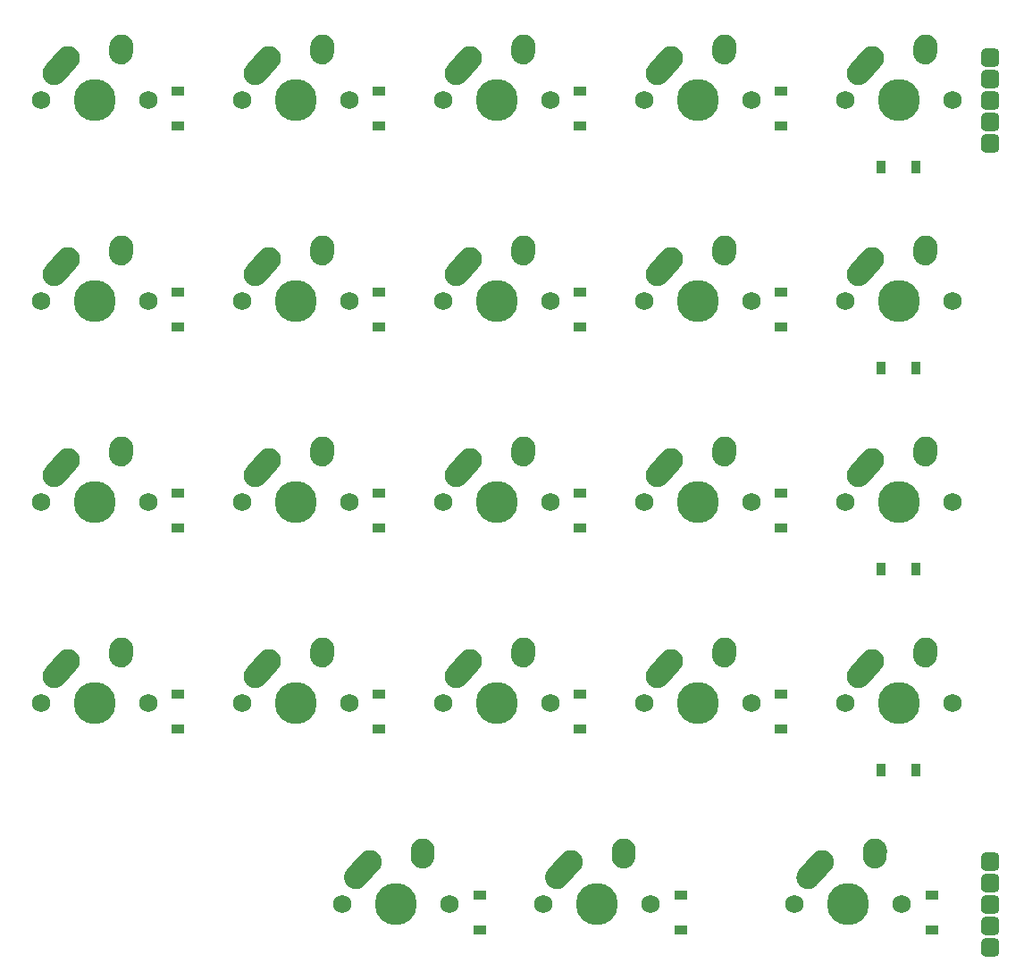
<source format=gbs>
%TF.GenerationSoftware,KiCad,Pcbnew,(5.1.12)-1*%
%TF.CreationDate,2022-01-03T15:11:15-05:00*%
%TF.ProjectId,my-keeb-type-c-modular-1,6d792d6b-6565-4622-9d74-7970652d632d,rev?*%
%TF.SameCoordinates,Original*%
%TF.FileFunction,Soldermask,Bot*%
%TF.FilePolarity,Negative*%
%FSLAX46Y46*%
G04 Gerber Fmt 4.6, Leading zero omitted, Abs format (unit mm)*
G04 Created by KiCad (PCBNEW (5.1.12)-1) date 2022-01-03 15:11:15*
%MOMM*%
%LPD*%
G01*
G04 APERTURE LIST*
%ADD10C,1.750000*%
%ADD11C,2.250000*%
%ADD12C,3.987800*%
%ADD13R,1.200000X0.900000*%
%ADD14R,0.900000X1.200000*%
G04 APERTURE END LIST*
%TO.C,M2*%
G36*
G01*
X116700300Y-110813850D02*
X116700300Y-111690150D01*
G75*
G02*
X116262150Y-112128300I-438150J0D01*
G01*
X115385850Y-112128300D01*
G75*
G02*
X114947700Y-111690150I0J438150D01*
G01*
X114947700Y-110813850D01*
G75*
G02*
X115385850Y-110375700I438150J0D01*
G01*
X116262150Y-110375700D01*
G75*
G02*
X116700300Y-110813850I0J-438150D01*
G01*
G37*
G36*
G01*
X116700300Y-108781850D02*
X116700300Y-109658150D01*
G75*
G02*
X116262150Y-110096300I-438150J0D01*
G01*
X115385850Y-110096300D01*
G75*
G02*
X114947700Y-109658150I0J438150D01*
G01*
X114947700Y-108781850D01*
G75*
G02*
X115385850Y-108343700I438150J0D01*
G01*
X116262150Y-108343700D01*
G75*
G02*
X116700300Y-108781850I0J-438150D01*
G01*
G37*
G36*
G01*
X116700300Y-106749850D02*
X116700300Y-107626150D01*
G75*
G02*
X116262150Y-108064300I-438150J0D01*
G01*
X115385850Y-108064300D01*
G75*
G02*
X114947700Y-107626150I0J438150D01*
G01*
X114947700Y-106749850D01*
G75*
G02*
X115385850Y-106311700I438150J0D01*
G01*
X116262150Y-106311700D01*
G75*
G02*
X116700300Y-106749850I0J-438150D01*
G01*
G37*
G36*
G01*
X116700300Y-104717850D02*
X116700300Y-105594150D01*
G75*
G02*
X116262150Y-106032300I-438150J0D01*
G01*
X115385850Y-106032300D01*
G75*
G02*
X114947700Y-105594150I0J438150D01*
G01*
X114947700Y-104717850D01*
G75*
G02*
X115385850Y-104279700I438150J0D01*
G01*
X116262150Y-104279700D01*
G75*
G02*
X116700300Y-104717850I0J-438150D01*
G01*
G37*
G36*
G01*
X116700300Y-102685850D02*
X116700300Y-103562150D01*
G75*
G02*
X116262150Y-104000300I-438150J0D01*
G01*
X115385850Y-104000300D01*
G75*
G02*
X114947700Y-103562150I0J438150D01*
G01*
X114947700Y-102685850D01*
G75*
G02*
X115385850Y-102247700I438150J0D01*
G01*
X116262150Y-102247700D01*
G75*
G02*
X116700300Y-102685850I0J-438150D01*
G01*
G37*
%TD*%
%TO.C,M1*%
G36*
G01*
X114947700Y-35490150D02*
X114947700Y-34613850D01*
G75*
G02*
X115385850Y-34175700I438150J0D01*
G01*
X116262150Y-34175700D01*
G75*
G02*
X116700300Y-34613850I0J-438150D01*
G01*
X116700300Y-35490150D01*
G75*
G02*
X116262150Y-35928300I-438150J0D01*
G01*
X115385850Y-35928300D01*
G75*
G02*
X114947700Y-35490150I0J438150D01*
G01*
G37*
G36*
G01*
X114947700Y-33458150D02*
X114947700Y-32581850D01*
G75*
G02*
X115385850Y-32143700I438150J0D01*
G01*
X116262150Y-32143700D01*
G75*
G02*
X116700300Y-32581850I0J-438150D01*
G01*
X116700300Y-33458150D01*
G75*
G02*
X116262150Y-33896300I-438150J0D01*
G01*
X115385850Y-33896300D01*
G75*
G02*
X114947700Y-33458150I0J438150D01*
G01*
G37*
G36*
G01*
X114947700Y-31426150D02*
X114947700Y-30549850D01*
G75*
G02*
X115385850Y-30111700I438150J0D01*
G01*
X116262150Y-30111700D01*
G75*
G02*
X116700300Y-30549850I0J-438150D01*
G01*
X116700300Y-31426150D01*
G75*
G02*
X116262150Y-31864300I-438150J0D01*
G01*
X115385850Y-31864300D01*
G75*
G02*
X114947700Y-31426150I0J438150D01*
G01*
G37*
G36*
G01*
X114947700Y-29394150D02*
X114947700Y-28517850D01*
G75*
G02*
X115385850Y-28079700I438150J0D01*
G01*
X116262150Y-28079700D01*
G75*
G02*
X116700300Y-28517850I0J-438150D01*
G01*
X116700300Y-29394150D01*
G75*
G02*
X116262150Y-29832300I-438150J0D01*
G01*
X115385850Y-29832300D01*
G75*
G02*
X114947700Y-29394150I0J438150D01*
G01*
G37*
G36*
G01*
X114947700Y-27362150D02*
X114947700Y-26485850D01*
G75*
G02*
X115385850Y-26047700I438150J0D01*
G01*
X116262150Y-26047700D01*
G75*
G02*
X116700300Y-26485850I0J-438150D01*
G01*
X116700300Y-27362150D01*
G75*
G02*
X116262150Y-27800300I-438150J0D01*
G01*
X115385850Y-27800300D01*
G75*
G02*
X114947700Y-27362150I0J438150D01*
G01*
G37*
%TD*%
D10*
%TO.C,MX19*%
X112236250Y-30956250D03*
X102076250Y-30956250D03*
D11*
X104656250Y-26956250D03*
D12*
X107156250Y-30956250D03*
G36*
G01*
X102594938Y-29253600D02*
X102594933Y-29253595D01*
G75*
G02*
X102508905Y-27664933I751317J837345D01*
G01*
X103818907Y-26204933D01*
G75*
G02*
X105407569Y-26118905I837345J-751317D01*
G01*
X105407569Y-26118905D01*
G75*
G02*
X105493597Y-27707567I-751317J-837345D01*
G01*
X104183595Y-29167567D01*
G75*
G02*
X102594933Y-29253595I-837345J751317D01*
G01*
G37*
D11*
X109696250Y-25876250D03*
G36*
G01*
X109579733Y-27578645D02*
X109578847Y-27578584D01*
G75*
G02*
X108533916Y-26378847I77403J1122334D01*
G01*
X108573916Y-25798847D01*
G75*
G02*
X109773653Y-24753916I1122334J-77403D01*
G01*
X109773653Y-24753916D01*
G75*
G02*
X110818584Y-25953653I-77403J-1122334D01*
G01*
X110778584Y-26533653D01*
G75*
G02*
X109578847Y-27578584I-1122334J77403D01*
G01*
G37*
%TD*%
D10*
%TO.C,MX18*%
X83661250Y-107156250D03*
X73501250Y-107156250D03*
D11*
X76081250Y-103156250D03*
D12*
X78581250Y-107156250D03*
G36*
G01*
X74019938Y-105453600D02*
X74019933Y-105453595D01*
G75*
G02*
X73933905Y-103864933I751317J837345D01*
G01*
X75243907Y-102404933D01*
G75*
G02*
X76832569Y-102318905I837345J-751317D01*
G01*
X76832569Y-102318905D01*
G75*
G02*
X76918597Y-103907567I-751317J-837345D01*
G01*
X75608595Y-105367567D01*
G75*
G02*
X74019933Y-105453595I-837345J751317D01*
G01*
G37*
D11*
X81121250Y-102076250D03*
G36*
G01*
X81004733Y-103778645D02*
X81003847Y-103778584D01*
G75*
G02*
X79958916Y-102578847I77403J1122334D01*
G01*
X79998916Y-101998847D01*
G75*
G02*
X81198653Y-100953916I1122334J-77403D01*
G01*
X81198653Y-100953916D01*
G75*
G02*
X82243584Y-102153653I-77403J-1122334D01*
G01*
X82203584Y-102733653D01*
G75*
G02*
X81003847Y-103778584I-1122334J77403D01*
G01*
G37*
%TD*%
D10*
%TO.C,MX23*%
X107473750Y-107156250D03*
X97313750Y-107156250D03*
D11*
X99893750Y-103156250D03*
D12*
X102393750Y-107156250D03*
G36*
G01*
X97832438Y-105453600D02*
X97832433Y-105453595D01*
G75*
G02*
X97746405Y-103864933I751317J837345D01*
G01*
X99056407Y-102404933D01*
G75*
G02*
X100645069Y-102318905I837345J-751317D01*
G01*
X100645069Y-102318905D01*
G75*
G02*
X100731097Y-103907567I-751317J-837345D01*
G01*
X99421095Y-105367567D01*
G75*
G02*
X97832433Y-105453595I-837345J751317D01*
G01*
G37*
D11*
X104933750Y-102076250D03*
G36*
G01*
X104817233Y-103778645D02*
X104816347Y-103778584D01*
G75*
G02*
X103771416Y-102578847I77403J1122334D01*
G01*
X103811416Y-101998847D01*
G75*
G02*
X105011153Y-100953916I1122334J-77403D01*
G01*
X105011153Y-100953916D01*
G75*
G02*
X106056084Y-102153653I-77403J-1122334D01*
G01*
X106016084Y-102733653D01*
G75*
G02*
X104816347Y-103778584I-1122334J77403D01*
G01*
G37*
%TD*%
D10*
%TO.C,MX22*%
X112236250Y-88106250D03*
X102076250Y-88106250D03*
D11*
X104656250Y-84106250D03*
D12*
X107156250Y-88106250D03*
G36*
G01*
X102594938Y-86403600D02*
X102594933Y-86403595D01*
G75*
G02*
X102508905Y-84814933I751317J837345D01*
G01*
X103818907Y-83354933D01*
G75*
G02*
X105407569Y-83268905I837345J-751317D01*
G01*
X105407569Y-83268905D01*
G75*
G02*
X105493597Y-84857567I-751317J-837345D01*
G01*
X104183595Y-86317567D01*
G75*
G02*
X102594933Y-86403595I-837345J751317D01*
G01*
G37*
D11*
X109696250Y-83026250D03*
G36*
G01*
X109579733Y-84728645D02*
X109578847Y-84728584D01*
G75*
G02*
X108533916Y-83528847I77403J1122334D01*
G01*
X108573916Y-82948847D01*
G75*
G02*
X109773653Y-81903916I1122334J-77403D01*
G01*
X109773653Y-81903916D01*
G75*
G02*
X110818584Y-83103653I-77403J-1122334D01*
G01*
X110778584Y-83683653D01*
G75*
G02*
X109578847Y-84728584I-1122334J77403D01*
G01*
G37*
%TD*%
D10*
%TO.C,MX21*%
X112236250Y-69056250D03*
X102076250Y-69056250D03*
D11*
X104656250Y-65056250D03*
D12*
X107156250Y-69056250D03*
G36*
G01*
X102594938Y-67353600D02*
X102594933Y-67353595D01*
G75*
G02*
X102508905Y-65764933I751317J837345D01*
G01*
X103818907Y-64304933D01*
G75*
G02*
X105407569Y-64218905I837345J-751317D01*
G01*
X105407569Y-64218905D01*
G75*
G02*
X105493597Y-65807567I-751317J-837345D01*
G01*
X104183595Y-67267567D01*
G75*
G02*
X102594933Y-67353595I-837345J751317D01*
G01*
G37*
D11*
X109696250Y-63976250D03*
G36*
G01*
X109579733Y-65678645D02*
X109578847Y-65678584D01*
G75*
G02*
X108533916Y-64478847I77403J1122334D01*
G01*
X108573916Y-63898847D01*
G75*
G02*
X109773653Y-62853916I1122334J-77403D01*
G01*
X109773653Y-62853916D01*
G75*
G02*
X110818584Y-64053653I-77403J-1122334D01*
G01*
X110778584Y-64633653D01*
G75*
G02*
X109578847Y-65678584I-1122334J77403D01*
G01*
G37*
%TD*%
D10*
%TO.C,MX20*%
X112236250Y-50006250D03*
X102076250Y-50006250D03*
D11*
X104656250Y-46006250D03*
D12*
X107156250Y-50006250D03*
G36*
G01*
X102594938Y-48303600D02*
X102594933Y-48303595D01*
G75*
G02*
X102508905Y-46714933I751317J837345D01*
G01*
X103818907Y-45254933D01*
G75*
G02*
X105407569Y-45168905I837345J-751317D01*
G01*
X105407569Y-45168905D01*
G75*
G02*
X105493597Y-46757567I-751317J-837345D01*
G01*
X104183595Y-48217567D01*
G75*
G02*
X102594933Y-48303595I-837345J751317D01*
G01*
G37*
D11*
X109696250Y-44926250D03*
G36*
G01*
X109579733Y-46628645D02*
X109578847Y-46628584D01*
G75*
G02*
X108533916Y-45428847I77403J1122334D01*
G01*
X108573916Y-44848847D01*
G75*
G02*
X109773653Y-43803916I1122334J-77403D01*
G01*
X109773653Y-43803916D01*
G75*
G02*
X110818584Y-45003653I-77403J-1122334D01*
G01*
X110778584Y-45583653D01*
G75*
G02*
X109578847Y-46628584I-1122334J77403D01*
G01*
G37*
%TD*%
D10*
%TO.C,MX17*%
X93186250Y-88106250D03*
X83026250Y-88106250D03*
D11*
X85606250Y-84106250D03*
D12*
X88106250Y-88106250D03*
G36*
G01*
X83544938Y-86403600D02*
X83544933Y-86403595D01*
G75*
G02*
X83458905Y-84814933I751317J837345D01*
G01*
X84768907Y-83354933D01*
G75*
G02*
X86357569Y-83268905I837345J-751317D01*
G01*
X86357569Y-83268905D01*
G75*
G02*
X86443597Y-84857567I-751317J-837345D01*
G01*
X85133595Y-86317567D01*
G75*
G02*
X83544933Y-86403595I-837345J751317D01*
G01*
G37*
D11*
X90646250Y-83026250D03*
G36*
G01*
X90529733Y-84728645D02*
X90528847Y-84728584D01*
G75*
G02*
X89483916Y-83528847I77403J1122334D01*
G01*
X89523916Y-82948847D01*
G75*
G02*
X90723653Y-81903916I1122334J-77403D01*
G01*
X90723653Y-81903916D01*
G75*
G02*
X91768584Y-83103653I-77403J-1122334D01*
G01*
X91728584Y-83683653D01*
G75*
G02*
X90528847Y-84728584I-1122334J77403D01*
G01*
G37*
%TD*%
D10*
%TO.C,MX16*%
X93186250Y-69056250D03*
X83026250Y-69056250D03*
D11*
X85606250Y-65056250D03*
D12*
X88106250Y-69056250D03*
G36*
G01*
X83544938Y-67353600D02*
X83544933Y-67353595D01*
G75*
G02*
X83458905Y-65764933I751317J837345D01*
G01*
X84768907Y-64304933D01*
G75*
G02*
X86357569Y-64218905I837345J-751317D01*
G01*
X86357569Y-64218905D01*
G75*
G02*
X86443597Y-65807567I-751317J-837345D01*
G01*
X85133595Y-67267567D01*
G75*
G02*
X83544933Y-67353595I-837345J751317D01*
G01*
G37*
D11*
X90646250Y-63976250D03*
G36*
G01*
X90529733Y-65678645D02*
X90528847Y-65678584D01*
G75*
G02*
X89483916Y-64478847I77403J1122334D01*
G01*
X89523916Y-63898847D01*
G75*
G02*
X90723653Y-62853916I1122334J-77403D01*
G01*
X90723653Y-62853916D01*
G75*
G02*
X91768584Y-64053653I-77403J-1122334D01*
G01*
X91728584Y-64633653D01*
G75*
G02*
X90528847Y-65678584I-1122334J77403D01*
G01*
G37*
%TD*%
D10*
%TO.C,MX15*%
X93186250Y-50006250D03*
X83026250Y-50006250D03*
D11*
X85606250Y-46006250D03*
D12*
X88106250Y-50006250D03*
G36*
G01*
X83544938Y-48303600D02*
X83544933Y-48303595D01*
G75*
G02*
X83458905Y-46714933I751317J837345D01*
G01*
X84768907Y-45254933D01*
G75*
G02*
X86357569Y-45168905I837345J-751317D01*
G01*
X86357569Y-45168905D01*
G75*
G02*
X86443597Y-46757567I-751317J-837345D01*
G01*
X85133595Y-48217567D01*
G75*
G02*
X83544933Y-48303595I-837345J751317D01*
G01*
G37*
D11*
X90646250Y-44926250D03*
G36*
G01*
X90529733Y-46628645D02*
X90528847Y-46628584D01*
G75*
G02*
X89483916Y-45428847I77403J1122334D01*
G01*
X89523916Y-44848847D01*
G75*
G02*
X90723653Y-43803916I1122334J-77403D01*
G01*
X90723653Y-43803916D01*
G75*
G02*
X91768584Y-45003653I-77403J-1122334D01*
G01*
X91728584Y-45583653D01*
G75*
G02*
X90528847Y-46628584I-1122334J77403D01*
G01*
G37*
%TD*%
D10*
%TO.C,MX14*%
X93186250Y-30956250D03*
X83026250Y-30956250D03*
D11*
X85606250Y-26956250D03*
D12*
X88106250Y-30956250D03*
G36*
G01*
X83544938Y-29253600D02*
X83544933Y-29253595D01*
G75*
G02*
X83458905Y-27664933I751317J837345D01*
G01*
X84768907Y-26204933D01*
G75*
G02*
X86357569Y-26118905I837345J-751317D01*
G01*
X86357569Y-26118905D01*
G75*
G02*
X86443597Y-27707567I-751317J-837345D01*
G01*
X85133595Y-29167567D01*
G75*
G02*
X83544933Y-29253595I-837345J751317D01*
G01*
G37*
D11*
X90646250Y-25876250D03*
G36*
G01*
X90529733Y-27578645D02*
X90528847Y-27578584D01*
G75*
G02*
X89483916Y-26378847I77403J1122334D01*
G01*
X89523916Y-25798847D01*
G75*
G02*
X90723653Y-24753916I1122334J-77403D01*
G01*
X90723653Y-24753916D01*
G75*
G02*
X91768584Y-25953653I-77403J-1122334D01*
G01*
X91728584Y-26533653D01*
G75*
G02*
X90528847Y-27578584I-1122334J77403D01*
G01*
G37*
%TD*%
D10*
%TO.C,MX13*%
X64611250Y-107156250D03*
X54451250Y-107156250D03*
D11*
X57031250Y-103156250D03*
D12*
X59531250Y-107156250D03*
G36*
G01*
X54969938Y-105453600D02*
X54969933Y-105453595D01*
G75*
G02*
X54883905Y-103864933I751317J837345D01*
G01*
X56193907Y-102404933D01*
G75*
G02*
X57782569Y-102318905I837345J-751317D01*
G01*
X57782569Y-102318905D01*
G75*
G02*
X57868597Y-103907567I-751317J-837345D01*
G01*
X56558595Y-105367567D01*
G75*
G02*
X54969933Y-105453595I-837345J751317D01*
G01*
G37*
D11*
X62071250Y-102076250D03*
G36*
G01*
X61954733Y-103778645D02*
X61953847Y-103778584D01*
G75*
G02*
X60908916Y-102578847I77403J1122334D01*
G01*
X60948916Y-101998847D01*
G75*
G02*
X62148653Y-100953916I1122334J-77403D01*
G01*
X62148653Y-100953916D01*
G75*
G02*
X63193584Y-102153653I-77403J-1122334D01*
G01*
X63153584Y-102733653D01*
G75*
G02*
X61953847Y-103778584I-1122334J77403D01*
G01*
G37*
%TD*%
D10*
%TO.C,MX12*%
X74136250Y-88106250D03*
X63976250Y-88106250D03*
D11*
X66556250Y-84106250D03*
D12*
X69056250Y-88106250D03*
G36*
G01*
X64494938Y-86403600D02*
X64494933Y-86403595D01*
G75*
G02*
X64408905Y-84814933I751317J837345D01*
G01*
X65718907Y-83354933D01*
G75*
G02*
X67307569Y-83268905I837345J-751317D01*
G01*
X67307569Y-83268905D01*
G75*
G02*
X67393597Y-84857567I-751317J-837345D01*
G01*
X66083595Y-86317567D01*
G75*
G02*
X64494933Y-86403595I-837345J751317D01*
G01*
G37*
D11*
X71596250Y-83026250D03*
G36*
G01*
X71479733Y-84728645D02*
X71478847Y-84728584D01*
G75*
G02*
X70433916Y-83528847I77403J1122334D01*
G01*
X70473916Y-82948847D01*
G75*
G02*
X71673653Y-81903916I1122334J-77403D01*
G01*
X71673653Y-81903916D01*
G75*
G02*
X72718584Y-83103653I-77403J-1122334D01*
G01*
X72678584Y-83683653D01*
G75*
G02*
X71478847Y-84728584I-1122334J77403D01*
G01*
G37*
%TD*%
D10*
%TO.C,MX11*%
X74136250Y-69056250D03*
X63976250Y-69056250D03*
D11*
X66556250Y-65056250D03*
D12*
X69056250Y-69056250D03*
G36*
G01*
X64494938Y-67353600D02*
X64494933Y-67353595D01*
G75*
G02*
X64408905Y-65764933I751317J837345D01*
G01*
X65718907Y-64304933D01*
G75*
G02*
X67307569Y-64218905I837345J-751317D01*
G01*
X67307569Y-64218905D01*
G75*
G02*
X67393597Y-65807567I-751317J-837345D01*
G01*
X66083595Y-67267567D01*
G75*
G02*
X64494933Y-67353595I-837345J751317D01*
G01*
G37*
D11*
X71596250Y-63976250D03*
G36*
G01*
X71479733Y-65678645D02*
X71478847Y-65678584D01*
G75*
G02*
X70433916Y-64478847I77403J1122334D01*
G01*
X70473916Y-63898847D01*
G75*
G02*
X71673653Y-62853916I1122334J-77403D01*
G01*
X71673653Y-62853916D01*
G75*
G02*
X72718584Y-64053653I-77403J-1122334D01*
G01*
X72678584Y-64633653D01*
G75*
G02*
X71478847Y-65678584I-1122334J77403D01*
G01*
G37*
%TD*%
D10*
%TO.C,MX10*%
X74136250Y-50006250D03*
X63976250Y-50006250D03*
D11*
X66556250Y-46006250D03*
D12*
X69056250Y-50006250D03*
G36*
G01*
X64494938Y-48303600D02*
X64494933Y-48303595D01*
G75*
G02*
X64408905Y-46714933I751317J837345D01*
G01*
X65718907Y-45254933D01*
G75*
G02*
X67307569Y-45168905I837345J-751317D01*
G01*
X67307569Y-45168905D01*
G75*
G02*
X67393597Y-46757567I-751317J-837345D01*
G01*
X66083595Y-48217567D01*
G75*
G02*
X64494933Y-48303595I-837345J751317D01*
G01*
G37*
D11*
X71596250Y-44926250D03*
G36*
G01*
X71479733Y-46628645D02*
X71478847Y-46628584D01*
G75*
G02*
X70433916Y-45428847I77403J1122334D01*
G01*
X70473916Y-44848847D01*
G75*
G02*
X71673653Y-43803916I1122334J-77403D01*
G01*
X71673653Y-43803916D01*
G75*
G02*
X72718584Y-45003653I-77403J-1122334D01*
G01*
X72678584Y-45583653D01*
G75*
G02*
X71478847Y-46628584I-1122334J77403D01*
G01*
G37*
%TD*%
D10*
%TO.C,MX9*%
X74136250Y-30956250D03*
X63976250Y-30956250D03*
D11*
X66556250Y-26956250D03*
D12*
X69056250Y-30956250D03*
G36*
G01*
X64494938Y-29253600D02*
X64494933Y-29253595D01*
G75*
G02*
X64408905Y-27664933I751317J837345D01*
G01*
X65718907Y-26204933D01*
G75*
G02*
X67307569Y-26118905I837345J-751317D01*
G01*
X67307569Y-26118905D01*
G75*
G02*
X67393597Y-27707567I-751317J-837345D01*
G01*
X66083595Y-29167567D01*
G75*
G02*
X64494933Y-29253595I-837345J751317D01*
G01*
G37*
D11*
X71596250Y-25876250D03*
G36*
G01*
X71479733Y-27578645D02*
X71478847Y-27578584D01*
G75*
G02*
X70433916Y-26378847I77403J1122334D01*
G01*
X70473916Y-25798847D01*
G75*
G02*
X71673653Y-24753916I1122334J-77403D01*
G01*
X71673653Y-24753916D01*
G75*
G02*
X72718584Y-25953653I-77403J-1122334D01*
G01*
X72678584Y-26533653D01*
G75*
G02*
X71478847Y-27578584I-1122334J77403D01*
G01*
G37*
%TD*%
D10*
%TO.C,MX8*%
X55086250Y-88106250D03*
X44926250Y-88106250D03*
D11*
X47506250Y-84106250D03*
D12*
X50006250Y-88106250D03*
G36*
G01*
X45444938Y-86403600D02*
X45444933Y-86403595D01*
G75*
G02*
X45358905Y-84814933I751317J837345D01*
G01*
X46668907Y-83354933D01*
G75*
G02*
X48257569Y-83268905I837345J-751317D01*
G01*
X48257569Y-83268905D01*
G75*
G02*
X48343597Y-84857567I-751317J-837345D01*
G01*
X47033595Y-86317567D01*
G75*
G02*
X45444933Y-86403595I-837345J751317D01*
G01*
G37*
D11*
X52546250Y-83026250D03*
G36*
G01*
X52429733Y-84728645D02*
X52428847Y-84728584D01*
G75*
G02*
X51383916Y-83528847I77403J1122334D01*
G01*
X51423916Y-82948847D01*
G75*
G02*
X52623653Y-81903916I1122334J-77403D01*
G01*
X52623653Y-81903916D01*
G75*
G02*
X53668584Y-83103653I-77403J-1122334D01*
G01*
X53628584Y-83683653D01*
G75*
G02*
X52428847Y-84728584I-1122334J77403D01*
G01*
G37*
%TD*%
D10*
%TO.C,MX7*%
X55086250Y-69056250D03*
X44926250Y-69056250D03*
D11*
X47506250Y-65056250D03*
D12*
X50006250Y-69056250D03*
G36*
G01*
X45444938Y-67353600D02*
X45444933Y-67353595D01*
G75*
G02*
X45358905Y-65764933I751317J837345D01*
G01*
X46668907Y-64304933D01*
G75*
G02*
X48257569Y-64218905I837345J-751317D01*
G01*
X48257569Y-64218905D01*
G75*
G02*
X48343597Y-65807567I-751317J-837345D01*
G01*
X47033595Y-67267567D01*
G75*
G02*
X45444933Y-67353595I-837345J751317D01*
G01*
G37*
D11*
X52546250Y-63976250D03*
G36*
G01*
X52429733Y-65678645D02*
X52428847Y-65678584D01*
G75*
G02*
X51383916Y-64478847I77403J1122334D01*
G01*
X51423916Y-63898847D01*
G75*
G02*
X52623653Y-62853916I1122334J-77403D01*
G01*
X52623653Y-62853916D01*
G75*
G02*
X53668584Y-64053653I-77403J-1122334D01*
G01*
X53628584Y-64633653D01*
G75*
G02*
X52428847Y-65678584I-1122334J77403D01*
G01*
G37*
%TD*%
D10*
%TO.C,MX6*%
X55086250Y-50006250D03*
X44926250Y-50006250D03*
D11*
X47506250Y-46006250D03*
D12*
X50006250Y-50006250D03*
G36*
G01*
X45444938Y-48303600D02*
X45444933Y-48303595D01*
G75*
G02*
X45358905Y-46714933I751317J837345D01*
G01*
X46668907Y-45254933D01*
G75*
G02*
X48257569Y-45168905I837345J-751317D01*
G01*
X48257569Y-45168905D01*
G75*
G02*
X48343597Y-46757567I-751317J-837345D01*
G01*
X47033595Y-48217567D01*
G75*
G02*
X45444933Y-48303595I-837345J751317D01*
G01*
G37*
D11*
X52546250Y-44926250D03*
G36*
G01*
X52429733Y-46628645D02*
X52428847Y-46628584D01*
G75*
G02*
X51383916Y-45428847I77403J1122334D01*
G01*
X51423916Y-44848847D01*
G75*
G02*
X52623653Y-43803916I1122334J-77403D01*
G01*
X52623653Y-43803916D01*
G75*
G02*
X53668584Y-45003653I-77403J-1122334D01*
G01*
X53628584Y-45583653D01*
G75*
G02*
X52428847Y-46628584I-1122334J77403D01*
G01*
G37*
%TD*%
D10*
%TO.C,MX5*%
X55086250Y-30956250D03*
X44926250Y-30956250D03*
D11*
X47506250Y-26956250D03*
D12*
X50006250Y-30956250D03*
G36*
G01*
X45444938Y-29253600D02*
X45444933Y-29253595D01*
G75*
G02*
X45358905Y-27664933I751317J837345D01*
G01*
X46668907Y-26204933D01*
G75*
G02*
X48257569Y-26118905I837345J-751317D01*
G01*
X48257569Y-26118905D01*
G75*
G02*
X48343597Y-27707567I-751317J-837345D01*
G01*
X47033595Y-29167567D01*
G75*
G02*
X45444933Y-29253595I-837345J751317D01*
G01*
G37*
D11*
X52546250Y-25876250D03*
G36*
G01*
X52429733Y-27578645D02*
X52428847Y-27578584D01*
G75*
G02*
X51383916Y-26378847I77403J1122334D01*
G01*
X51423916Y-25798847D01*
G75*
G02*
X52623653Y-24753916I1122334J-77403D01*
G01*
X52623653Y-24753916D01*
G75*
G02*
X53668584Y-25953653I-77403J-1122334D01*
G01*
X53628584Y-26533653D01*
G75*
G02*
X52428847Y-27578584I-1122334J77403D01*
G01*
G37*
%TD*%
D10*
%TO.C,MX4*%
X36036250Y-88106250D03*
X25876250Y-88106250D03*
D11*
X28456250Y-84106250D03*
D12*
X30956250Y-88106250D03*
G36*
G01*
X26394938Y-86403600D02*
X26394933Y-86403595D01*
G75*
G02*
X26308905Y-84814933I751317J837345D01*
G01*
X27618907Y-83354933D01*
G75*
G02*
X29207569Y-83268905I837345J-751317D01*
G01*
X29207569Y-83268905D01*
G75*
G02*
X29293597Y-84857567I-751317J-837345D01*
G01*
X27983595Y-86317567D01*
G75*
G02*
X26394933Y-86403595I-837345J751317D01*
G01*
G37*
D11*
X33496250Y-83026250D03*
G36*
G01*
X33379733Y-84728645D02*
X33378847Y-84728584D01*
G75*
G02*
X32333916Y-83528847I77403J1122334D01*
G01*
X32373916Y-82948847D01*
G75*
G02*
X33573653Y-81903916I1122334J-77403D01*
G01*
X33573653Y-81903916D01*
G75*
G02*
X34618584Y-83103653I-77403J-1122334D01*
G01*
X34578584Y-83683653D01*
G75*
G02*
X33378847Y-84728584I-1122334J77403D01*
G01*
G37*
%TD*%
D10*
%TO.C,MX3*%
X36036250Y-69056250D03*
X25876250Y-69056250D03*
D11*
X28456250Y-65056250D03*
D12*
X30956250Y-69056250D03*
G36*
G01*
X26394938Y-67353600D02*
X26394933Y-67353595D01*
G75*
G02*
X26308905Y-65764933I751317J837345D01*
G01*
X27618907Y-64304933D01*
G75*
G02*
X29207569Y-64218905I837345J-751317D01*
G01*
X29207569Y-64218905D01*
G75*
G02*
X29293597Y-65807567I-751317J-837345D01*
G01*
X27983595Y-67267567D01*
G75*
G02*
X26394933Y-67353595I-837345J751317D01*
G01*
G37*
D11*
X33496250Y-63976250D03*
G36*
G01*
X33379733Y-65678645D02*
X33378847Y-65678584D01*
G75*
G02*
X32333916Y-64478847I77403J1122334D01*
G01*
X32373916Y-63898847D01*
G75*
G02*
X33573653Y-62853916I1122334J-77403D01*
G01*
X33573653Y-62853916D01*
G75*
G02*
X34618584Y-64053653I-77403J-1122334D01*
G01*
X34578584Y-64633653D01*
G75*
G02*
X33378847Y-65678584I-1122334J77403D01*
G01*
G37*
%TD*%
D10*
%TO.C,MX2*%
X36036250Y-50006250D03*
X25876250Y-50006250D03*
D11*
X28456250Y-46006250D03*
D12*
X30956250Y-50006250D03*
G36*
G01*
X26394938Y-48303600D02*
X26394933Y-48303595D01*
G75*
G02*
X26308905Y-46714933I751317J837345D01*
G01*
X27618907Y-45254933D01*
G75*
G02*
X29207569Y-45168905I837345J-751317D01*
G01*
X29207569Y-45168905D01*
G75*
G02*
X29293597Y-46757567I-751317J-837345D01*
G01*
X27983595Y-48217567D01*
G75*
G02*
X26394933Y-48303595I-837345J751317D01*
G01*
G37*
D11*
X33496250Y-44926250D03*
G36*
G01*
X33379733Y-46628645D02*
X33378847Y-46628584D01*
G75*
G02*
X32333916Y-45428847I77403J1122334D01*
G01*
X32373916Y-44848847D01*
G75*
G02*
X33573653Y-43803916I1122334J-77403D01*
G01*
X33573653Y-43803916D01*
G75*
G02*
X34618584Y-45003653I-77403J-1122334D01*
G01*
X34578584Y-45583653D01*
G75*
G02*
X33378847Y-46628584I-1122334J77403D01*
G01*
G37*
%TD*%
D10*
%TO.C,MX1*%
X36036250Y-30956250D03*
X25876250Y-30956250D03*
D11*
X28456250Y-26956250D03*
D12*
X30956250Y-30956250D03*
G36*
G01*
X26394938Y-29253600D02*
X26394933Y-29253595D01*
G75*
G02*
X26308905Y-27664933I751317J837345D01*
G01*
X27618907Y-26204933D01*
G75*
G02*
X29207569Y-26118905I837345J-751317D01*
G01*
X29207569Y-26118905D01*
G75*
G02*
X29293597Y-27707567I-751317J-837345D01*
G01*
X27983595Y-29167567D01*
G75*
G02*
X26394933Y-29253595I-837345J751317D01*
G01*
G37*
D11*
X33496250Y-25876250D03*
G36*
G01*
X33379733Y-27578645D02*
X33378847Y-27578584D01*
G75*
G02*
X32333916Y-26378847I77403J1122334D01*
G01*
X32373916Y-25798847D01*
G75*
G02*
X33573653Y-24753916I1122334J-77403D01*
G01*
X33573653Y-24753916D01*
G75*
G02*
X34618584Y-25953653I-77403J-1122334D01*
G01*
X34578584Y-26533653D01*
G75*
G02*
X33378847Y-27578584I-1122334J77403D01*
G01*
G37*
%TD*%
D13*
%TO.C,D23*%
X110331250Y-106300000D03*
X110331250Y-109600000D03*
%TD*%
D14*
%TO.C,D22*%
X108806250Y-94456250D03*
X105506250Y-94456250D03*
%TD*%
%TO.C,D21*%
X108806250Y-75406250D03*
X105506250Y-75406250D03*
%TD*%
%TO.C,D20*%
X108806250Y-56356250D03*
X105506250Y-56356250D03*
%TD*%
%TO.C,D19*%
X108806250Y-37306250D03*
X105506250Y-37306250D03*
%TD*%
D13*
%TO.C,D18*%
X86518750Y-106300000D03*
X86518750Y-109600000D03*
%TD*%
%TO.C,D17*%
X96043750Y-87250000D03*
X96043750Y-90550000D03*
%TD*%
%TO.C,D16*%
X96043750Y-68200000D03*
X96043750Y-71500000D03*
%TD*%
%TO.C,D15*%
X96043750Y-49150000D03*
X96043750Y-52450000D03*
%TD*%
%TO.C,D14*%
X96043750Y-30100000D03*
X96043750Y-33400000D03*
%TD*%
%TO.C,D13*%
X67468750Y-106300000D03*
X67468750Y-109600000D03*
%TD*%
%TO.C,D12*%
X76993750Y-87250000D03*
X76993750Y-90550000D03*
%TD*%
%TO.C,D11*%
X76993750Y-68200000D03*
X76993750Y-71500000D03*
%TD*%
%TO.C,D10*%
X76993750Y-49150000D03*
X76993750Y-52450000D03*
%TD*%
%TO.C,D9*%
X76993750Y-30100000D03*
X76993750Y-33400000D03*
%TD*%
%TO.C,D8*%
X57943750Y-87250000D03*
X57943750Y-90550000D03*
%TD*%
%TO.C,D7*%
X57943750Y-68200000D03*
X57943750Y-71500000D03*
%TD*%
%TO.C,D6*%
X57943750Y-49150000D03*
X57943750Y-52450000D03*
%TD*%
%TO.C,D5*%
X57943750Y-30100000D03*
X57943750Y-33400000D03*
%TD*%
%TO.C,D4*%
X38893750Y-87250000D03*
X38893750Y-90550000D03*
%TD*%
%TO.C,D3*%
X38893750Y-68200000D03*
X38893750Y-71500000D03*
%TD*%
%TO.C,D2*%
X38893750Y-49150000D03*
X38893750Y-52450000D03*
%TD*%
%TO.C,D1*%
X38893750Y-30100000D03*
X38893750Y-33400000D03*
%TD*%
M02*

</source>
